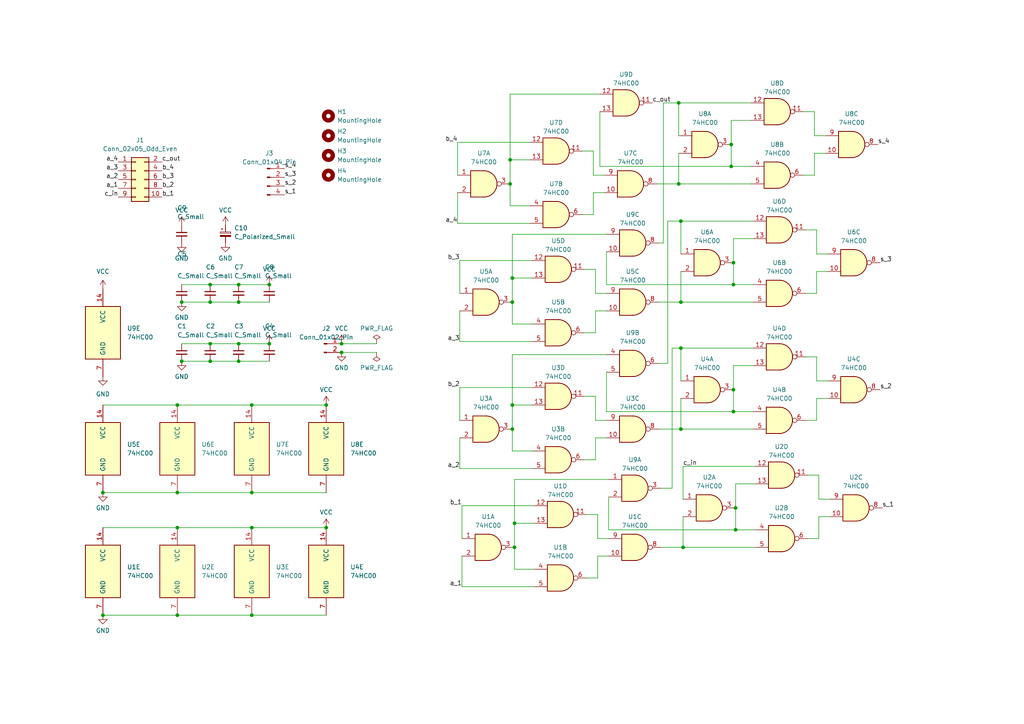
<source format=kicad_sch>
(kicad_sch (version 20230121) (generator eeschema)
  (paper "A4")
  (lib_symbols
    (symbol "74xx:74HC00" (pin_names (offset 1.016))
      (property "Reference" "U" (at 0 1.27 0))
      (property "Value" "74HC00" (at 0 -1.27 0))
      (symbol "74HC00_1_1"
        (arc (start 0 -3.81) (mid 3.7934 0) (end 0 3.81) (stroke (width 0.254)) (fill (type background)))
        (polyline (pts (xy 0 3.81) (xy -3.81 3.81) (xy -3.81 -3.81) (xy 0 -3.81)) (stroke (width 0.254)) (fill (type background)))
        (pin input line (at -7.62 2.54 0) (length 3.81) (name "~") (number "1"))
        (pin input line (at -7.62 -2.54 0) (length 3.81) (name "~") (number "2"))
        (pin output inverted (at 7.62 0 180) (length 3.81) (name "~") (number "3"))
      )
      (symbol "74HC00_1_2"
        (arc (start -3.81 -3.81) (mid -2.589 0) (end -3.81 3.81) (stroke (width 0.254)))
        (arc (start -0.6096 -3.81) (mid 2.1842 -2.5851) (end 3.81 0) (stroke (width 0.254)) (fill (type background)))
        (polyline (pts (xy -3.81 -3.81) (xy -0.635 -3.81)) (stroke (width 0.254)) (fill (type background)))
        (polyline (pts (xy -3.81 3.81) (xy -0.635 3.81)) (stroke (width 0.254)) (fill (type background)))
        (polyline (pts (xy -0.635 3.81) (xy -3.81 3.81) (xy -3.81 3.81) (xy -3.556 3.4036) (xy -3.0226 2.2606) (xy -2.6924 1.0414) (xy -2.6162 -0.254) (xy -2.7686 -1.4986) (xy -3.175 -2.7178) (xy -3.81 -3.81) (xy -3.81 -3.81) (xy -0.635 -3.81)) (stroke (width -25.4)) (fill (type background)))
        (arc (start 3.81 0) (mid 2.1915 2.5936) (end -0.6096 3.81) (stroke (width 0.254)) (fill (type background)))
        (pin input inverted (at -7.62 2.54 0) (length 4.318) (name "~") (number "1"))
        (pin input inverted (at -7.62 -2.54 0) (length 4.318) (name "~") (number "2"))
        (pin output line (at 7.62 0 180) (length 3.81) (name "~") (number "3"))
      )
      (symbol "74HC00_2_1"
        (arc (start 0 -3.81) (mid 3.7934 0) (end 0 3.81) (stroke (width 0.254)) (fill (type background)))
        (polyline (pts (xy 0 3.81) (xy -3.81 3.81) (xy -3.81 -3.81) (xy 0 -3.81)) (stroke (width 0.254)) (fill (type background)))
        (pin input line (at -7.62 2.54 0) (length 3.81) (name "~") (number "4"))
        (pin input line (at -7.62 -2.54 0) (length 3.81) (name "~") (number "5"))
        (pin output inverted (at 7.62 0 180) (length 3.81) (name "~") (number "6"))
      )
      (symbol "74HC00_2_2"
        (arc (start -3.81 -3.81) (mid -2.589 0) (end -3.81 3.81) (stroke (width 0.254)))
        (arc (start -0.6096 -3.81) (mid 2.1842 -2.5851) (end 3.81 0) (stroke (width 0.254)) (fill (type background)))
        (polyline (pts (xy -3.81 -3.81) (xy -0.635 -3.81)) (stroke (width 0.254)) (fill (type background)))
        (polyline (pts (xy -3.81 3.81) (xy -0.635 3.81)) (stroke (width 0.254)) (fill (type background)))
        (polyline (pts (xy -0.635 3.81) (xy -3.81 3.81) (xy -3.81 3.81) (xy -3.556 3.4036) (xy -3.0226 2.2606) (xy -2.6924 1.0414) (xy -2.6162 -0.254) (xy -2.7686 -1.4986) (xy -3.175 -2.7178) (xy -3.81 -3.81) (xy -3.81 -3.81) (xy -0.635 -3.81)) (stroke (width -25.4)) (fill (type background)))
        (arc (start 3.81 0) (mid 2.1915 2.5936) (end -0.6096 3.81) (stroke (width 0.254)) (fill (type background)))
        (pin input inverted (at -7.62 2.54 0) (length 4.318) (name "~") (number "4"))
        (pin input inverted (at -7.62 -2.54 0) (length 4.318) (name "~") (number "5"))
        (pin output line (at 7.62 0 180) (length 3.81) (name "~") (number "6"))
      )
      (symbol "74HC00_3_1"
        (arc (start 0 -3.81) (mid 3.7934 0) (end 0 3.81) (stroke (width 0.254)) (fill (type background)))
        (polyline (pts (xy 0 3.81) (xy -3.81 3.81) (xy -3.81 -3.81) (xy 0 -3.81)) (stroke (width 0.254)) (fill (type background)))
        (pin input line (at -7.62 -2.54 0) (length 3.81) (name "~") (number "10"))
        (pin output inverted (at 7.62 0 180) (length 3.81) (name "~") (number "8"))
        (pin input line (at -7.62 2.54 0) (length 3.81) (name "~") (number "9"))
      )
      (symbol "74HC00_3_2"
        (arc (start -3.81 -3.81) (mid -2.589 0) (end -3.81 3.81) (stroke (width 0.254)))
        (arc (start -0.6096 -3.81) (mid 2.1842 -2.5851) (end 3.81 0) (stroke (width 0.254)) (fill (type background)))
        (polyline (pts (xy -3.81 -3.81) (xy -0.635 -3.81)) (stroke (width 0.254)) (fill (type background)))
        (polyline (pts (xy -3.81 3.81) (xy -0.635 3.81)) (stroke (width 0.254)) (fill (type background)))
        (polyline (pts (xy -0.635 3.81) (xy -3.81 3.81) (xy -3.81 3.81) (xy -3.556 3.4036) (xy -3.0226 2.2606) (xy -2.6924 1.0414) (xy -2.6162 -0.254) (xy -2.7686 -1.4986) (xy -3.175 -2.7178) (xy -3.81 -3.81) (xy -3.81 -3.81) (xy -0.635 -3.81)) (stroke (width -25.4)) (fill (type background)))
        (arc (start 3.81 0) (mid 2.1915 2.5936) (end -0.6096 3.81) (stroke (width 0.254)) (fill (type background)))
        (pin input inverted (at -7.62 -2.54 0) (length 4.318) (name "~") (number "10"))
        (pin output line (at 7.62 0 180) (length 3.81) (name "~") (number "8"))
        (pin input inverted (at -7.62 2.54 0) (length 4.318) (name "~") (number "9"))
      )
      (symbol "74HC00_4_1"
        (arc (start 0 -3.81) (mid 3.7934 0) (end 0 3.81) (stroke (width 0.254)) (fill (type background)))
        (polyline (pts (xy 0 3.81) (xy -3.81 3.81) (xy -3.81 -3.81) (xy 0 -3.81)) (stroke (width 0.254)) (fill (type background)))
        (pin output inverted (at 7.62 0 180) (length 3.81) (name "~") (number "11"))
        (pin input line (at -7.62 2.54 0) (length 3.81) (name "~") (number "12"))
        (pin input line (at -7.62 -2.54 0) (length 3.81) (name "~") (number "13"))
      )
      (symbol "74HC00_4_2"
        (arc (start -3.81 -3.81) (mid -2.589 0) (end -3.81 3.81) (stroke (width 0.254)))
        (arc (start -0.6096 -3.81) (mid 2.1842 -2.5851) (end 3.81 0) (stroke (width 0.254)) (fill (type background)))
        (polyline (pts (xy -3.81 -3.81) (xy -0.635 -3.81)) (stroke (width 0.254)) (fill (type background)))
        (polyline (pts (xy -3.81 3.81) (xy -0.635 3.81)) (stroke (width 0.254)) (fill (type background)))
        (polyline (pts (xy -0.635 3.81) (xy -3.81 3.81) (xy -3.81 3.81) (xy -3.556 3.4036) (xy -3.0226 2.2606) (xy -2.6924 1.0414) (xy -2.6162 -0.254) (xy -2.7686 -1.4986) (xy -3.175 -2.7178) (xy -3.81 -3.81) (xy -3.81 -3.81) (xy -0.635 -3.81)) (stroke (width -25.4)) (fill (type background)))
        (arc (start 3.81 0) (mid 2.1915 2.5936) (end -0.6096 3.81) (stroke (width 0.254)) (fill (type background)))
        (pin output line (at 7.62 0 180) (length 3.81) (name "~") (number "11"))
        (pin input inverted (at -7.62 2.54 0) (length 4.318) (name "~") (number "12"))
        (pin input inverted (at -7.62 -2.54 0) (length 4.318) (name "~") (number "13"))
      )
      (symbol "74HC00_5_0"
        (pin power_in line (at 0 12.7 270) (length 5.08) (name "VCC") (number "14"))
        (pin power_in line (at 0 -12.7 90) (length 5.08) (name "GND") (number "7"))
      )
      (symbol "74HC00_5_1"
        (rectangle (start -5.08 7.62) (end 5.08 -7.62) (stroke (width 0.254)) (fill (type background)))
      )
    )
    (symbol "Connector:Conn_01x02_Pin" (pin_names (offset 1.016) hide)
      (property "Reference" "J" (at 0 2.54 0))
      (property "Value" "Conn_01x02_Pin" (at 0 -5.08 0))
      (symbol "Conn_01x02_Pin_1_1"
        (polyline (pts (xy 1.27 -2.54) (xy 0.8636 -2.54)) (stroke (width 0.1524)))
        (polyline (pts (xy 1.27 0) (xy 0.8636 0)) (stroke (width 0.1524)))
        (rectangle (start 0.8636 -2.413) (end 0 -2.667) (stroke (width 0.1524)) (fill (type outline)))
        (rectangle (start 0.8636 0.127) (end 0 -0.127) (stroke (width 0.1524)) (fill (type outline)))
        (pin passive line (at 5.08 0 180) (length 3.81) (name "Pin_1") (number "1"))
        (pin passive line (at 5.08 -2.54 180) (length 3.81) (name "Pin_2") (number "2"))
      )
    )
    (symbol "Connector:Conn_01x04_Pin" (pin_names (offset 1.016) hide)
      (property "Reference" "J" (at 0 5.08 0))
      (property "Value" "Conn_01x04_Pin" (at 0 -7.62 0))
      (symbol "Conn_01x04_Pin_1_1"
        (polyline (pts (xy 1.27 -5.08) (xy 0.8636 -5.08)) (stroke (width 0.1524)))
        (polyline (pts (xy 1.27 -2.54) (xy 0.8636 -2.54)) (stroke (width 0.1524)))
        (polyline (pts (xy 1.27 0) (xy 0.8636 0)) (stroke (width 0.1524)))
        (polyline (pts (xy 1.27 2.54) (xy 0.8636 2.54)) (stroke (width 0.1524)))
        (rectangle (start 0.8636 -4.953) (end 0 -5.207) (stroke (width 0.1524)) (fill (type outline)))
        (rectangle (start 0.8636 -2.413) (end 0 -2.667) (stroke (width 0.1524)) (fill (type outline)))
        (rectangle (start 0.8636 0.127) (end 0 -0.127) (stroke (width 0.1524)) (fill (type outline)))
        (rectangle (start 0.8636 2.667) (end 0 2.413) (stroke (width 0.1524)) (fill (type outline)))
        (pin passive line (at 5.08 2.54 180) (length 3.81) (name "Pin_1") (number "1"))
        (pin passive line (at 5.08 0 180) (length 3.81) (name "Pin_2") (number "2"))
        (pin passive line (at 5.08 -2.54 180) (length 3.81) (name "Pin_3") (number "3"))
        (pin passive line (at 5.08 -5.08 180) (length 3.81) (name "Pin_4") (number "4"))
      )
    )
    (symbol "Connector_Generic:Conn_02x05_Odd_Even" (pin_names (offset 1.016) hide)
      (property "Reference" "J" (at 1.27 7.62 0))
      (property "Value" "Conn_02x05_Odd_Even" (at 1.27 -7.62 0))
      (symbol "Conn_02x05_Odd_Even_1_1"
        (rectangle (start -1.27 -4.953) (end 0 -5.207) (stroke (width 0.1524)))
        (rectangle (start -1.27 -2.413) (end 0 -2.667) (stroke (width 0.1524)))
        (rectangle (start -1.27 0.127) (end 0 -0.127) (stroke (width 0.1524)))
        (rectangle (start -1.27 2.667) (end 0 2.413) (stroke (width 0.1524)))
        (rectangle (start -1.27 5.207) (end 0 4.953) (stroke (width 0.1524)))
        (rectangle (start -1.27 6.35) (end 3.81 -6.35) (stroke (width 0.254)) (fill (type background)))
        (rectangle (start 3.81 -4.953) (end 2.54 -5.207) (stroke (width 0.1524)))
        (rectangle (start 3.81 -2.413) (end 2.54 -2.667) (stroke (width 0.1524)))
        (rectangle (start 3.81 0.127) (end 2.54 -0.127) (stroke (width 0.1524)))
        (rectangle (start 3.81 2.667) (end 2.54 2.413) (stroke (width 0.1524)))
        (rectangle (start 3.81 5.207) (end 2.54 4.953) (stroke (width 0.1524)))
        (pin passive line (at -5.08 5.08 0) (length 3.81) (name "Pin_1") (number "1"))
        (pin passive line (at 7.62 -5.08 180) (length 3.81) (name "Pin_10") (number "10"))
        (pin passive line (at 7.62 5.08 180) (length 3.81) (name "Pin_2") (number "2"))
        (pin passive line (at -5.08 2.54 0) (length 3.81) (name "Pin_3") (number "3"))
        (pin passive line (at 7.62 2.54 180) (length 3.81) (name "Pin_4") (number "4"))
        (pin passive line (at -5.08 0 0) (length 3.81) (name "Pin_5") (number "5"))
        (pin passive line (at 7.62 0 180) (length 3.81) (name "Pin_6") (number "6"))
        (pin passive line (at -5.08 -2.54 0) (length 3.81) (name "Pin_7") (number "7"))
        (pin passive line (at 7.62 -2.54 180) (length 3.81) (name "Pin_8") (number "8"))
        (pin passive line (at -5.08 -5.08 0) (length 3.81) (name "Pin_9") (number "9"))
      )
    )
    (symbol "Device:C_Polarized_Small" (pin_numbers hide) (pin_names (offset 0.254) hide)
      (property "Reference" "C" (at 0.254 1.778 0))
      (property "Value" "C_Polarized_Small" (at 0.254 -2.032 0))
      (symbol "C_Polarized_Small_0_1"
        (rectangle (start -1.524 -0.3048) (end 1.524 -0.6858) (fill (type outline)))
        (rectangle (start -1.524 0.6858) (end 1.524 0.3048))
        (polyline (pts (xy -1.27 1.524) (xy -0.762 1.524)))
        (polyline (pts (xy -1.016 1.27) (xy -1.016 1.778)))
      )
      (symbol "C_Polarized_Small_1_1"
        (pin passive line (at 0 2.54 270) (length 1.8542) (name "~") (number "1"))
        (pin passive line (at 0 -2.54 90) (length 1.8542) (name "~") (number "2"))
      )
    )
    (symbol "Device:C_Small" (pin_numbers hide) (pin_names (offset 0.254) hide)
      (property "Reference" "C" (at 0.254 1.778 0))
      (property "Value" "C_Small" (at 0.254 -2.032 0))
      (symbol "C_Small_0_1"
        (polyline (pts (xy -1.524 -0.508) (xy 1.524 -0.508)) (stroke (width 0.3302)))
        (polyline (pts (xy -1.524 0.508) (xy 1.524 0.508)) (stroke (width 0.3048)))
      )
      (symbol "C_Small_1_1"
        (pin passive line (at 0 2.54 270) (length 2.032) (name "~") (number "1"))
        (pin passive line (at 0 -2.54 90) (length 2.032) (name "~") (number "2"))
      )
    )
    (symbol "Mechanical:MountingHole" (pin_names (offset 1.016))
      (property "Reference" "H" (at 0 5.08 0))
      (property "Value" "MountingHole" (at 0 3.175 0))
      (symbol "MountingHole_0_1"
        (circle (center 0 0) (radius 1.27) (stroke (width 1.27)))
      )
    )
    (symbol "power:GND" (power) (pin_names (offset 0))
      (property "Value" "GND" (at 0 -3.81 0))
      (symbol "GND_0_1"
        (polyline (pts (xy 0 0) (xy 0 -1.27) (xy 1.27 -1.27) (xy 0 -2.54) (xy -1.27 -1.27) (xy 0 -1.27)))
      )
      (symbol "GND_1_1"
        (pin power_in line (at 0 0 270) (length 0) hide (name "GND") (number "1"))
      )
    )
    (symbol "power:PWR_FLAG" (power) (pin_numbers hide) (pin_names (offset 0) hide)
      (property "Value" "PWR_FLAG" (at 0 3.81 0))
      (symbol "PWR_FLAG_0_0"
        (pin power_out line (at 0 0 90) (length 0) (name "pwr") (number "1"))
      )
      (symbol "PWR_FLAG_0_1"
        (polyline (pts (xy 0 0) (xy 0 1.27) (xy -1.016 1.905) (xy 0 2.54) (xy 1.016 1.905) (xy 0 1.27)))
      )
    )
    (symbol "power:VCC" (power) (pin_names (offset 0))
      (property "Value" "VCC" (at 0 3.81 0))
      (symbol "VCC_0_1"
        (polyline (pts (xy -0.762 1.27) (xy 0 2.54)))
        (polyline (pts (xy 0 0) (xy 0 2.54)))
        (polyline (pts (xy 0 2.54) (xy 0.762 1.27)))
      )
      (symbol "VCC_1_1"
        (pin power_in line (at 0 0 90) (length 0) hide (name "VCC") (number "1"))
      )
    )
  )
  (junction (at 94.615 117.475))
  (junction (at 212.09 48.26))
  (junction (at 73.025 117.475))
  (junction (at 69.215 99.695))
  (junction (at 51.435 178.435))
  (junction (at 212.09 41.91))
  (junction (at 147.955 46.355))
  (junction (at 196.85 53.34))
  (junction (at 196.85 29.845))
  (junction (at 212.725 76.2))
  (junction (at 69.215 87.63))
  (junction (at 148.59 87.63))
  (junction (at 52.705 87.63))
  (junction (at 212.725 113.03))
  (junction (at 52.705 104.775))
  (junction (at 94.615 153.035))
  (junction (at 60.96 82.55))
  (junction (at 99.06 102.235))
  (junction (at 148.59 117.475))
  (junction (at 60.96 99.695))
  (junction (at 149.225 151.765))
  (junction (at 213.36 153.67))
  (junction (at 73.025 153.035))
  (junction (at 78.105 82.55))
  (junction (at 148.59 124.46))
  (junction (at 147.955 53.34))
  (junction (at 73.025 142.875))
  (junction (at 29.845 178.435))
  (junction (at 51.435 153.035))
  (junction (at 69.215 82.55))
  (junction (at 197.485 87.63))
  (junction (at 212.725 119.38))
  (junction (at 73.025 178.435))
  (junction (at 198.12 158.75))
  (junction (at 212.725 82.55))
  (junction (at 78.105 99.695))
  (junction (at 99.06 99.695))
  (junction (at 69.215 104.775))
  (junction (at 51.435 142.875))
  (junction (at 60.96 104.775))
  (junction (at 148.59 80.645))
  (junction (at 149.225 158.75))
  (junction (at 197.485 64.135))
  (junction (at 29.845 142.875))
  (junction (at 213.36 147.32))
  (junction (at 197.485 100.965))
  (junction (at 197.485 124.46))
  (junction (at 60.96 87.63))
  (junction (at 51.435 117.475))
  (wire (pts (xy 218.44 69.215) (xy 212.725 69.215)))
  (wire (pts (xy 148.59 80.645) (xy 148.59 87.63)))
  (wire (pts (xy 240.03 78.74) (xy 236.855 78.74)))
  (wire (pts (xy 169.545 133.35) (xy 172.72 133.35)))
  (wire (pts (xy 148.59 102.87) (xy 148.59 117.475)))
  (wire (pts (xy 173.99 48.26) (xy 173.99 32.385)))
  (wire (pts (xy 147.955 27.305) (xy 147.955 46.355)))
  (wire (pts (xy 168.91 43.815) (xy 172.085 43.815)))
  (wire (pts (xy 60.96 99.695) (xy 69.215 99.695)))
  (wire (pts (xy 149.225 151.765) (xy 149.225 158.75)))
  (wire (pts (xy 236.855 78.74) (xy 236.855 85.09)))
  (wire (pts (xy 217.805 53.34) (xy 196.85 53.34)))
  (wire (pts (xy 194.945 100.965) (xy 197.485 100.965)))
  (wire (pts (xy 197.485 73.66) (xy 197.485 64.135)))
  (wire (pts (xy 191.135 124.46) (xy 197.485 124.46)))
  (wire (pts (xy 168.91 62.23) (xy 172.085 62.23)))
  (wire (pts (xy 173.355 161.29) (xy 173.355 167.64)))
  (wire (pts (xy 197.485 87.63) (xy 197.485 78.74)))
  (wire (pts (xy 148.59 130.81) (xy 154.305 130.81)))
  (wire (pts (xy 149.225 151.765) (xy 149.225 139.065)))
  (wire (pts (xy 133.35 135.89) (xy 133.35 127)))
  (wire (pts (xy 212.725 119.38) (xy 218.44 119.38)))
  (wire (pts (xy 239.395 44.45) (xy 236.22 44.45)))
  (wire (pts (xy 236.855 103.505) (xy 236.855 110.49)))
  (wire (pts (xy 191.135 87.63) (xy 197.485 87.63)))
  (wire (pts (xy 154.305 135.89) (xy 133.35 135.89)))
  (wire (pts (xy 149.225 158.75) (xy 149.225 165.1)))
  (wire (pts (xy 133.35 99.06) (xy 133.35 90.17)))
  (wire (pts (xy 196.85 53.34) (xy 196.85 44.45)))
  (wire (pts (xy 149.225 139.065) (xy 176.53 139.065)))
  (wire (pts (xy 133.985 146.685) (xy 154.94 146.685)))
  (wire (pts (xy 172.085 43.815) (xy 172.085 50.8)))
  (wire (pts (xy 236.22 44.45) (xy 236.22 50.8)))
  (wire (pts (xy 170.18 167.64) (xy 173.355 167.64)))
  (wire (pts (xy 73.025 153.035) (xy 94.615 153.035)))
  (wire (pts (xy 236.855 115.57) (xy 236.855 121.92)))
  (wire (pts (xy 237.49 144.78) (xy 240.665 144.78)))
  (wire (pts (xy 212.725 76.2) (xy 212.725 82.55)))
  (wire (pts (xy 218.44 124.46) (xy 197.485 124.46)))
  (wire (pts (xy 212.725 82.55) (xy 175.895 82.55)))
  (wire (pts (xy 175.895 82.55) (xy 175.895 73.025)))
  (wire (pts (xy 73.025 117.475) (xy 94.615 117.475)))
  (wire (pts (xy 133.35 112.395) (xy 154.305 112.395)))
  (wire (pts (xy 133.35 75.565) (xy 154.305 75.565)))
  (wire (pts (xy 175.895 127) (xy 172.72 127)))
  (wire (pts (xy 240.665 149.86) (xy 237.49 149.86)))
  (wire (pts (xy 172.085 55.88) (xy 172.085 62.23)))
  (wire (pts (xy 172.085 50.8) (xy 175.26 50.8)))
  (wire (pts (xy 148.59 80.645) (xy 148.59 67.945)))
  (wire (pts (xy 51.435 117.475) (xy 73.025 117.475)))
  (wire (pts (xy 153.67 46.355) (xy 147.955 46.355)))
  (wire (pts (xy 147.955 46.355) (xy 147.955 53.34)))
  (wire (pts (xy 176.53 144.145) (xy 176.53 153.67)))
  (wire (pts (xy 194.945 141.605) (xy 194.945 100.965)))
  (wire (pts (xy 52.705 87.63) (xy 60.96 87.63)))
  (wire (pts (xy 212.725 69.215) (xy 212.725 76.2)))
  (wire (pts (xy 219.075 140.335) (xy 213.36 140.335)))
  (wire (pts (xy 193.675 105.41) (xy 193.675 64.135)))
  (wire (pts (xy 192.405 29.845) (xy 196.85 29.845)))
  (wire (pts (xy 148.59 102.87) (xy 175.895 102.87)))
  (wire (pts (xy 153.67 64.77) (xy 132.715 64.77)))
  (wire (pts (xy 233.68 66.675) (xy 236.855 66.675)))
  (wire (pts (xy 148.59 67.945) (xy 175.895 67.945)))
  (wire (pts (xy 132.715 41.275) (xy 153.67 41.275)))
  (wire (pts (xy 172.72 121.92) (xy 175.895 121.92)))
  (wire (pts (xy 236.22 39.37) (xy 239.395 39.37)))
  (wire (pts (xy 212.09 41.91) (xy 212.09 48.26)))
  (wire (pts (xy 73.025 178.435) (xy 94.615 178.435)))
  (wire (pts (xy 60.96 87.63) (xy 69.215 87.63)))
  (wire (pts (xy 99.06 99.695) (xy 109.22 99.695)))
  (wire (pts (xy 133.985 170.18) (xy 133.985 161.29)))
  (wire (pts (xy 212.725 113.03) (xy 212.725 119.38)))
  (wire (pts (xy 172.72 127) (xy 172.72 133.35)))
  (wire (pts (xy 193.675 64.135) (xy 197.485 64.135)))
  (wire (pts (xy 169.545 96.52) (xy 172.72 96.52)))
  (wire (pts (xy 154.305 117.475) (xy 148.59 117.475)))
  (wire (pts (xy 237.49 137.795) (xy 237.49 144.78)))
  (wire (pts (xy 99.06 102.235) (xy 109.22 102.235)))
  (wire (pts (xy 197.485 124.46) (xy 197.485 115.57)))
  (wire (pts (xy 219.075 158.75) (xy 198.12 158.75)))
  (wire (pts (xy 176.53 161.29) (xy 173.355 161.29)))
  (wire (pts (xy 191.77 158.75) (xy 198.12 158.75)))
  (wire (pts (xy 148.59 87.63) (xy 148.59 93.98)))
  (wire (pts (xy 234.315 156.21) (xy 237.49 156.21)))
  (wire (pts (xy 175.895 119.38) (xy 212.725 119.38)))
  (wire (pts (xy 173.355 156.21) (xy 176.53 156.21)))
  (wire (pts (xy 212.725 82.55) (xy 218.44 82.55)))
  (wire (pts (xy 148.59 124.46) (xy 148.59 130.81)))
  (wire (pts (xy 154.305 80.645) (xy 148.59 80.645)))
  (wire (pts (xy 29.845 153.035) (xy 51.435 153.035)))
  (wire (pts (xy 213.36 140.335) (xy 213.36 147.32)))
  (wire (pts (xy 60.96 104.775) (xy 69.215 104.775)))
  (wire (pts (xy 29.845 117.475) (xy 51.435 117.475)))
  (wire (pts (xy 197.485 64.135) (xy 218.44 64.135)))
  (wire (pts (xy 213.36 147.32) (xy 213.36 153.67)))
  (wire (pts (xy 172.72 85.09) (xy 175.895 85.09)))
  (wire (pts (xy 191.135 105.41) (xy 193.675 105.41)))
  (wire (pts (xy 133.35 121.92) (xy 133.35 112.395)))
  (wire (pts (xy 234.315 137.795) (xy 237.49 137.795)))
  (wire (pts (xy 233.68 85.09) (xy 236.855 85.09)))
  (wire (pts (xy 154.94 170.18) (xy 133.985 170.18)))
  (wire (pts (xy 154.305 99.06) (xy 133.35 99.06)))
  (wire (pts (xy 218.44 106.045) (xy 212.725 106.045)))
  (wire (pts (xy 197.485 110.49) (xy 197.485 100.965)))
  (wire (pts (xy 73.025 142.875) (xy 94.615 142.875)))
  (wire (pts (xy 233.68 103.505) (xy 236.855 103.505)))
  (wire (pts (xy 147.955 59.69) (xy 153.67 59.69)))
  (wire (pts (xy 175.26 55.88) (xy 172.085 55.88)))
  (wire (pts (xy 52.705 104.775) (xy 60.96 104.775)))
  (wire (pts (xy 172.72 90.17) (xy 172.72 96.52)))
  (wire (pts (xy 149.225 165.1) (xy 154.94 165.1)))
  (wire (pts (xy 29.845 142.875) (xy 51.435 142.875)))
  (wire (pts (xy 236.855 110.49) (xy 240.03 110.49)))
  (wire (pts (xy 172.72 114.935) (xy 172.72 121.92)))
  (wire (pts (xy 212.09 34.925) (xy 212.09 41.91)))
  (wire (pts (xy 154.94 151.765) (xy 149.225 151.765)))
  (wire (pts (xy 29.845 178.435) (xy 51.435 178.435)))
  (wire (pts (xy 69.215 82.55) (xy 78.105 82.55)))
  (wire (pts (xy 233.68 121.92) (xy 236.855 121.92)))
  (wire (pts (xy 60.96 82.55) (xy 69.215 82.55)))
  (wire (pts (xy 237.49 149.86) (xy 237.49 156.21)))
  (wire (pts (xy 176.53 153.67) (xy 213.36 153.67)))
  (wire (pts (xy 198.12 144.78) (xy 198.12 135.255)))
  (wire (pts (xy 233.045 50.8) (xy 236.22 50.8)))
  (wire (pts (xy 51.435 153.035) (xy 73.025 153.035)))
  (wire (pts (xy 236.22 32.385) (xy 236.22 39.37)))
  (wire (pts (xy 169.545 114.935) (xy 172.72 114.935)))
  (wire (pts (xy 69.215 104.775) (xy 78.105 104.775)))
  (wire (pts (xy 170.18 149.225) (xy 173.355 149.225)))
  (wire (pts (xy 240.03 115.57) (xy 236.855 115.57)))
  (wire (pts (xy 52.705 99.695) (xy 60.96 99.695)))
  (wire (pts (xy 133.985 156.21) (xy 133.985 146.685)))
  (wire (pts (xy 190.5 53.34) (xy 196.85 53.34)))
  (wire (pts (xy 191.77 141.605) (xy 194.945 141.605)))
  (wire (pts (xy 147.955 53.34) (xy 147.955 59.69)))
  (wire (pts (xy 173.99 27.305) (xy 147.955 27.305)))
  (wire (pts (xy 217.805 34.925) (xy 212.09 34.925)))
  (wire (pts (xy 212.09 48.26) (xy 217.805 48.26)))
  (wire (pts (xy 69.215 87.63) (xy 78.105 87.63)))
  (wire (pts (xy 148.59 117.475) (xy 148.59 124.46)))
  (wire (pts (xy 51.435 142.875) (xy 73.025 142.875)))
  (wire (pts (xy 198.12 158.75) (xy 198.12 149.86)))
  (wire (pts (xy 173.355 149.225) (xy 173.355 156.21)))
  (wire (pts (xy 236.855 73.66) (xy 240.03 73.66)))
  (wire (pts (xy 169.545 78.105) (xy 172.72 78.105)))
  (wire (pts (xy 213.36 153.67) (xy 219.075 153.67)))
  (wire (pts (xy 233.045 32.385) (xy 236.22 32.385)))
  (wire (pts (xy 192.405 70.485) (xy 192.405 29.845)))
  (wire (pts (xy 175.895 90.17) (xy 172.72 90.17)))
  (wire (pts (xy 132.715 64.77) (xy 132.715 55.88)))
  (wire (pts (xy 172.72 78.105) (xy 172.72 85.09)))
  (wire (pts (xy 69.215 99.695) (xy 78.105 99.695)))
  (wire (pts (xy 198.12 135.255) (xy 219.075 135.255)))
  (wire (pts (xy 218.44 87.63) (xy 197.485 87.63)))
  (wire (pts (xy 196.85 39.37) (xy 196.85 29.845)))
  (wire (pts (xy 197.485 100.965) (xy 218.44 100.965)))
  (wire (pts (xy 212.09 48.26) (xy 173.99 48.26)))
  (wire (pts (xy 175.895 119.38) (xy 175.895 107.95)))
  (wire (pts (xy 52.705 82.55) (xy 60.96 82.55)))
  (wire (pts (xy 148.59 93.98) (xy 154.305 93.98)))
  (wire (pts (xy 236.855 66.675) (xy 236.855 73.66)))
  (wire (pts (xy 133.35 85.09) (xy 133.35 75.565)))
  (wire (pts (xy 212.725 106.045) (xy 212.725 113.03)))
  (wire (pts (xy 191.135 70.485) (xy 192.405 70.485)))
  (wire (pts (xy 196.85 29.845) (xy 217.805 29.845)))
  (wire (pts (xy 51.435 178.435) (xy 73.025 178.435)))
  (wire (pts (xy 132.715 50.8) (xy 132.715 41.275)))
  (label "s_4" (at 254.635 41.91 0))
  (label "a_4" (at 132.715 64.77 180))
  (label "s_2" (at 82.55 53.975 0))
  (label "a_2" (at 133.35 135.89 180))
  (label "s_4" (at 82.55 48.895 0))
  (label "b_3" (at 133.35 75.565 180))
  (label "a_3" (at 34.29 49.53 180))
  (label "a_4" (at 34.29 46.99 180))
  (label "c_in" (at 34.29 57.15 180))
  (label "b_1" (at 46.99 57.15 0))
  (label "s_3" (at 255.27 76.2 0))
  (label "b_2" (at 46.99 54.61 0))
  (label "a_3" (at 133.35 99.06 180))
  (label "a_2" (at 34.29 52.07 180))
  (label "b_3" (at 46.99 52.07 0))
  (label "s_3" (at 82.55 51.435 0))
  (label "c_in" (at 198.12 135.255 0))
  (label "a_1" (at 133.985 170.18 180))
  (label "c_out" (at 46.99 46.99 0))
  (label "b_4" (at 46.99 49.53 0))
  (label "s_1" (at 255.905 147.32 0))
  (label "b_4" (at 132.715 41.275 180))
  (label "b_2" (at 133.35 112.395 180))
  (label "a_1" (at 34.29 54.61 180))
  (label "b_1" (at 133.985 146.685 180))
  (label "s_1" (at 82.55 56.515 0))
  (label "s_2" (at 255.27 113.03 0))
  (label "c_out" (at 189.23 29.845 0))
  (symbol (lib_id "74xx:74HC00") (at 183.515 105.41 0) (unit 2)
    (property "Reference" "U9" (at 183.5067 96.52 0))
    (property "Value" "74HC00" (at 183.5067 99.06 0))
    (property "Footprint" "Package_DIP:DIP-14_W7.62mm_Socket" (effects hide))
    (property "Datasheet" "http://www.ti.com/lit/gpn/sn74hc00" (effects hide))
  )
  (symbol (lib_id "power:PWR_FLAG") (at 109.22 102.235 0) (mirror x) (unit 1)
    (property "Reference" "#FLG02" (effects hide))
    (property "Value" "PWR_FLAG" (at 109.22 106.68 0))
  )
  (symbol (lib_id "74xx:74HC00") (at 226.06 85.09 0) (unit 2)
    (property "Reference" "U6" (at 226.0517 76.2 0))
    (property "Value" "74HC00" (at 226.0517 78.74 0))
    (property "Footprint" "Package_DIP:DIP-14_W7.62mm_Socket" (effects hide))
    (property "Datasheet" "http://www.ti.com/lit/gpn/sn74hc00" (effects hide))
  )
  (symbol (lib_id "74xx:74HC00") (at 226.06 121.92 0) (unit 2)
    (property "Reference" "U4" (at 226.0517 113.03 0))
    (property "Value" "74HC00" (at 226.0517 115.57 0))
    (property "Footprint" "Package_DIP:DIP-14_W7.62mm_Socket" (effects hide))
    (property "Datasheet" "http://www.ti.com/lit/gpn/sn74hc00" (effects hide))
  )
  (symbol (lib_id "Connector_Generic:Conn_02x05_Odd_Even") (at 39.37 52.07 0) (unit 1)
    (property "Reference" "J1" (at 40.64 40.64 0))
    (property "Value" "Conn_02x05_Odd_Even" (at 40.64 43.18 0))
    (property "Footprint" "Connector_PinHeader_2.54mm:PinHeader_2x05_P2.54mm_Vertical" (effects hide))
  )
  (symbol (lib_id "74xx:74HC00") (at 247.65 113.03 0) (unit 3)
    (property "Reference" "U4" (at 247.6417 104.14 0))
    (property "Value" "74HC00" (at 247.6417 106.68 0))
    (property "Footprint" "Package_DIP:DIP-14_W7.62mm_Socket" (effects hide))
    (property "Datasheet" "http://www.ti.com/lit/gpn/sn74hc00" (effects hide))
  )
  (symbol (lib_id "power:PWR_FLAG") (at 109.22 99.695 0) (unit 1)
    (property "Reference" "#FLG01" (effects hide))
    (property "Value" "PWR_FLAG" (at 109.22 95.25 0))
  )
  (symbol (lib_id "74xx:74HC00") (at 181.61 29.845 0) (unit 4)
    (property "Reference" "U9" (at 181.6017 21.59 0))
    (property "Value" "74HC00" (at 181.6017 24.13 0))
    (property "Footprint" "Package_DIP:DIP-14_W7.62mm_Socket" (effects hide))
    (property "Datasheet" "http://www.ti.com/lit/gpn/sn74hc00" (effects hide))
  )
  (symbol (lib_id "power:VCC") (at 94.615 153.035 0) (unit 1)
    (property "Reference" "#PWR03" (effects hide))
    (property "Value" "VCC" (at 94.615 148.59 0))
  )
  (symbol (lib_id "Device:C_Small") (at 52.705 85.09 0) (unit 1)
    (property "Reference" "C5" (at 51.435 73.66 0) (effects (justify left)))
    (property "Value" "C_Small" (at 51.435 80.01 0) (effects (justify left)))
    (property "Footprint" "Capacitor_THT:C_Disc_D4.3mm_W1.9mm_P5.00mm" (effects hide))
  )
  (symbol (lib_id "74xx:74HC00") (at 73.025 165.735 0) (unit 5)
    (property "Reference" "U3" (at 80.01 164.465 0) (effects (justify left)))
    (property "Value" "74HC00" (at 80.01 167.005 0) (effects (justify left)))
    (property "Footprint" "Package_DIP:DIP-14_W7.62mm_Socket" (effects hide))
    (property "Datasheet" "http://www.ti.com/lit/gpn/sn74hc00" (effects hide))
  )
  (symbol (lib_id "power:VCC") (at 29.845 83.82 0) (unit 1)
    (property "Reference" "#PWR01" (effects hide))
    (property "Value" "VCC" (at 29.845 78.74 0))
  )
  (symbol (lib_id "power:GND") (at 99.06 102.235 0) (unit 1)
    (property "Reference" "#PWR014" (effects hide))
    (property "Value" "GND" (at 99.06 106.68 0))
  )
  (symbol (lib_id "Mechanical:MountingHole") (at 95.25 50.8 0) (unit 1)
    (property "Reference" "H4" (at 97.79 49.53 0) (effects (justify left)))
    (property "Value" "MountingHole" (at 97.79 52.07 0) (effects (justify left)))
    (property "Footprint" "MountingHole:MountingHole_3.2mm_M3" (effects hide))
  )
  (symbol (lib_id "74xx:74HC00") (at 226.06 103.505 0) (unit 4)
    (property "Reference" "U4" (at 226.0517 95.25 0))
    (property "Value" "74HC00" (at 226.0517 97.79 0))
    (property "Footprint" "Package_DIP:DIP-14_W7.62mm_Socket" (effects hide))
    (property "Datasheet" "http://www.ti.com/lit/gpn/sn74hc00" (effects hide))
  )
  (symbol (lib_id "74xx:74HC00") (at 29.845 165.735 0) (unit 5)
    (property "Reference" "U1" (at 36.83 164.465 0) (effects (justify left)))
    (property "Value" "74HC00" (at 36.83 167.005 0) (effects (justify left)))
    (property "Footprint" "Package_DIP:DIP-14_W7.62mm_Socket" (effects hide))
    (property "Datasheet" "http://www.ti.com/lit/gpn/sn74hc00" (effects hide))
  )
  (symbol (lib_id "74xx:74HC00") (at 225.425 50.8 0) (unit 2)
    (property "Reference" "U8" (at 225.4167 41.91 0))
    (property "Value" "74HC00" (at 225.4167 44.45 0))
    (property "Footprint" "Package_DIP:DIP-14_W7.62mm_Socket" (effects hide))
    (property "Datasheet" "http://www.ti.com/lit/gpn/sn74hc00" (effects hide))
  )
  (symbol (lib_id "power:VCC") (at 78.105 99.695 0) (unit 1)
    (property "Reference" "#PWR09" (effects hide))
    (property "Value" "VCC" (at 78.105 95.25 0))
  )
  (symbol (lib_id "74xx:74HC00") (at 73.025 130.175 0) (unit 5)
    (property "Reference" "U7" (at 80.01 128.905 0) (effects (justify left)))
    (property "Value" "74HC00" (at 80.01 131.445 0) (effects (justify left)))
    (property "Footprint" "Package_DIP:DIP-14_W7.62mm_Socket" (effects hide))
    (property "Datasheet" "http://www.ti.com/lit/gpn/sn74hc00" (effects hide))
  )
  (symbol (lib_id "74xx:74HC00") (at 183.515 124.46 0) (unit 3)
    (property "Reference" "U3" (at 183.5067 115.57 0))
    (property "Value" "74HC00" (at 183.5067 118.11 0))
    (property "Footprint" "Package_DIP:DIP-14_W7.62mm_Socket" (effects hide))
    (property "Datasheet" "http://www.ti.com/lit/gpn/sn74hc00" (effects hide))
  )
  (symbol (lib_id "74xx:74HC00") (at 140.97 124.46 0) (unit 1)
    (property "Reference" "U3" (at 140.9617 115.57 0))
    (property "Value" "74HC00" (at 140.9617 118.11 0))
    (property "Footprint" "Package_DIP:DIP-14_W7.62mm_Socket" (effects hide))
    (property "Datasheet" "http://www.ti.com/lit/gpn/sn74hc00" (effects hide))
  )
  (symbol (lib_id "74xx:74HC00") (at 140.335 53.34 0) (unit 1)
    (property "Reference" "U7" (at 140.3267 44.45 0))
    (property "Value" "74HC00" (at 140.3267 46.99 0))
    (property "Footprint" "Package_DIP:DIP-14_W7.62mm_Socket" (effects hide))
    (property "Datasheet" "http://www.ti.com/lit/gpn/sn74hc00" (effects hide))
  )
  (symbol (lib_id "Device:C_Small") (at 60.96 85.09 0) (unit 1)
    (property "Reference" "C6" (at 59.69 77.47 0) (effects (justify left)))
    (property "Value" "C_Small" (at 59.69 80.01 0) (effects (justify left)))
    (property "Footprint" "Capacitor_THT:C_Disc_D4.3mm_W1.9mm_P5.00mm" (effects hide))
  )
  (symbol (lib_id "power:VCC") (at 78.105 82.55 0) (unit 1)
    (property "Reference" "#PWR08" (effects hide))
    (property "Value" "VCC" (at 78.105 78.105 0))
  )
  (symbol (lib_id "74xx:74HC00") (at 161.29 62.23 0) (unit 2)
    (property "Reference" "U7" (at 161.2817 53.34 0))
    (property "Value" "74HC00" (at 161.2817 55.88 0))
    (property "Footprint" "Package_DIP:DIP-14_W7.62mm_Socket" (effects hide))
    (property "Datasheet" "http://www.ti.com/lit/gpn/sn74hc00" (effects hide))
  )
  (symbol (lib_id "74xx:74HC00") (at 225.425 32.385 0) (unit 4)
    (property "Reference" "U8" (at 225.4167 24.13 0))
    (property "Value" "74HC00" (at 225.4167 26.67 0))
    (property "Footprint" "Package_DIP:DIP-14_W7.62mm_Socket" (effects hide))
    (property "Datasheet" "http://www.ti.com/lit/gpn/sn74hc00" (effects hide))
  )
  (symbol (lib_id "74xx:74HC00") (at 226.695 156.21 0) (unit 2)
    (property "Reference" "U2" (at 226.6867 147.32 0))
    (property "Value" "74HC00" (at 226.6867 149.86 0))
    (property "Footprint" "Package_DIP:DIP-14_W7.62mm_Socket" (effects hide))
    (property "Datasheet" "http://www.ti.com/lit/gpn/sn74hc00" (effects hide))
  )
  (symbol (lib_id "74xx:74HC00") (at 247.015 41.91 0) (unit 3)
    (property "Reference" "U8" (at 247.0067 33.02 0))
    (property "Value" "74HC00" (at 247.0067 35.56 0))
    (property "Footprint" "Package_DIP:DIP-14_W7.62mm_Socket" (effects hide))
    (property "Datasheet" "http://www.ti.com/lit/gpn/sn74hc00" (effects hide))
  )
  (symbol (lib_id "Device:C_Small") (at 52.705 102.235 0) (unit 1)
    (property "Reference" "C1" (at 51.435 94.615 0) (effects (justify left)))
    (property "Value" "C_Small" (at 51.435 97.155 0) (effects (justify left)))
    (property "Footprint" "Capacitor_THT:C_Disc_D4.3mm_W1.9mm_P5.00mm" (effects hide))
  )
  (symbol (lib_id "Device:C_Small") (at 69.215 102.235 0) (unit 1)
    (property "Reference" "C3" (at 67.945 94.615 0) (effects (justify left)))
    (property "Value" "C_Small" (at 67.945 97.155 0) (effects (justify left)))
    (property "Footprint" "Capacitor_THT:C_Disc_D4.3mm_W1.9mm_P5.00mm" (effects hide))
  )
  (symbol (lib_id "74xx:74HC00") (at 51.435 165.735 0) (unit 5)
    (property "Reference" "U2" (at 58.42 164.465 0) (effects (justify left)))
    (property "Value" "74HC00" (at 58.42 167.005 0) (effects (justify left)))
    (property "Footprint" "Package_DIP:DIP-14_W7.62mm_Socket" (effects hide))
    (property "Datasheet" "http://www.ti.com/lit/gpn/sn74hc00" (effects hide))
  )
  (symbol (lib_id "74xx:74HC00") (at 182.88 53.34 0) (unit 3)
    (property "Reference" "U7" (at 182.8717 44.45 0))
    (property "Value" "74HC00" (at 182.8717 46.99 0))
    (property "Footprint" "Package_DIP:DIP-14_W7.62mm_Socket" (effects hide))
    (property "Datasheet" "http://www.ti.com/lit/gpn/sn74hc00" (effects hide))
  )
  (symbol (lib_id "Device:C_Small") (at 52.705 67.945 0) (unit 1)
    (property "Reference" "C9" (at 51.435 60.325 0) (effects (justify left)))
    (property "Value" "C_Small" (at 51.435 62.865 0) (effects (justify left)))
    (property "Footprint" "Capacitor_THT:C_Disc_D4.3mm_W1.9mm_P5.00mm" (effects hide))
  )
  (symbol (lib_id "74xx:74HC00") (at 204.47 41.91 0) (unit 1)
    (property "Reference" "U8" (at 204.4617 33.02 0))
    (property "Value" "74HC00" (at 204.4617 35.56 0))
    (property "Footprint" "Package_DIP:DIP-14_W7.62mm_Socket" (effects hide))
    (property "Datasheet" "http://www.ti.com/lit/gpn/sn74hc00" (effects hide))
  )
  (symbol (lib_id "power:VCC") (at 94.615 117.475 0) (unit 1)
    (property "Reference" "#PWR02" (effects hide))
    (property "Value" "VCC" (at 94.615 113.03 0))
  )
  (symbol (lib_id "Device:C_Small") (at 78.105 102.235 0) (unit 1)
    (property "Reference" "C4" (at 76.835 94.615 0) (effects (justify left)))
    (property "Value" "C_Small" (at 76.835 97.155 0) (effects (justify left)))
    (property "Footprint" "Capacitor_THT:C_Disc_D4.3mm_W1.9mm_P5.00mm" (effects hide))
  )
  (symbol (lib_id "power:GND") (at 29.845 109.22 0) (unit 1)
    (property "Reference" "#PWR06" (effects hide))
    (property "Value" "GND" (at 29.845 114.3 0))
  )
  (symbol (lib_id "power:VCC") (at 99.06 99.695 0) (unit 1)
    (property "Reference" "#PWR013" (effects hide))
    (property "Value" "VCC" (at 99.06 95.25 0))
  )
  (symbol (lib_id "Mechanical:MountingHole") (at 95.25 39.37 0) (unit 1)
    (property "Reference" "H2" (at 97.79 38.1 0) (effects (justify left)))
    (property "Value" "MountingHole" (at 97.79 40.64 0) (effects (justify left)))
    (property "Footprint" "MountingHole:MountingHole_3.2mm_M3" (effects hide))
  )
  (symbol (lib_id "74xx:74HC00") (at 162.56 149.225 0) (unit 4)
    (property "Reference" "U1" (at 162.5517 140.97 0))
    (property "Value" "74HC00" (at 162.5517 143.51 0))
    (property "Footprint" "Package_DIP:DIP-14_W7.62mm_Socket" (effects hide))
    (property "Datasheet" "http://www.ti.com/lit/gpn/sn74hc00" (effects hide))
  )
  (symbol (lib_id "74xx:74HC00") (at 162.56 167.64 0) (unit 2)
    (property "Reference" "U1" (at 162.5517 158.75 0))
    (property "Value" "74HC00" (at 162.5517 161.29 0))
    (property "Footprint" "Package_DIP:DIP-14_W7.62mm_Socket" (effects hide))
    (property "Datasheet" "http://www.ti.com/lit/gpn/sn74hc00" (effects hide))
  )
  (symbol (lib_id "74xx:74HC00") (at 226.06 66.675 0) (unit 4)
    (property "Reference" "U6" (at 226.0517 58.42 0))
    (property "Value" "74HC00" (at 226.0517 60.96 0))
    (property "Footprint" "Package_DIP:DIP-14_W7.62mm_Socket" (effects hide))
    (property "Datasheet" "http://www.ti.com/lit/gpn/sn74hc00" (effects hide))
  )
  (symbol (lib_id "power:GND") (at 52.705 70.485 0) (unit 1)
    (property "Reference" "#PWR010" (effects hide))
    (property "Value" "GND" (at 52.705 74.93 0))
  )
  (symbol (lib_id "74xx:74HC00") (at 51.435 130.175 0) (unit 5)
    (property "Reference" "U6" (at 58.42 128.905 0) (effects (justify left)))
    (property "Value" "74HC00" (at 58.42 131.445 0) (effects (justify left)))
    (property "Footprint" "Package_DIP:DIP-14_W7.62mm_Socket" (effects hide))
    (property "Datasheet" "http://www.ti.com/lit/gpn/sn74hc00" (effects hide))
  )
  (symbol (lib_id "Mechanical:MountingHole") (at 95.25 45.085 0) (unit 1)
    (property "Reference" "H3" (at 97.79 43.815 0) (effects (justify left)))
    (property "Value" "MountingHole" (at 97.79 46.355 0) (effects (justify left)))
    (property "Footprint" "MountingHole:MountingHole_3.2mm_M3" (effects hide))
  )
  (symbol (lib_id "power:VCC") (at 52.705 65.405 0) (unit 1)
    (property "Reference" "#PWR07" (effects hide))
    (property "Value" "VCC" (at 52.705 60.96 0))
  )
  (symbol (lib_id "74xx:74HC00") (at 94.615 130.175 0) (unit 5)
    (property "Reference" "U8" (at 101.6 128.905 0) (effects (justify left)))
    (property "Value" "74HC00" (at 101.6 131.445 0) (effects (justify left)))
    (property "Footprint" "Package_DIP:DIP-14_W7.62mm_Socket" (effects hide))
    (property "Datasheet" "http://www.ti.com/lit/gpn/sn74hc00" (effects hide))
  )
  (symbol (lib_id "74xx:74HC00") (at 205.74 147.32 0) (unit 1)
    (property "Reference" "U2" (at 205.7317 138.43 0))
    (property "Value" "74HC00" (at 205.7317 140.97 0))
    (property "Footprint" "Package_DIP:DIP-14_W7.62mm_Socket" (effects hide))
    (property "Datasheet" "http://www.ti.com/lit/gpn/sn74hc00" (effects hide))
  )
  (symbol (lib_id "74xx:74HC00") (at 205.105 76.2 0) (unit 1)
    (property "Reference" "U6" (at 205.0967 67.31 0))
    (property "Value" "74HC00" (at 205.0967 69.85 0))
    (property "Footprint" "Package_DIP:DIP-14_W7.62mm_Socket" (effects hide))
    (property "Datasheet" "http://www.ti.com/lit/gpn/sn74hc00" (effects hide))
  )
  (symbol (lib_id "Device:C_Small") (at 60.96 102.235 0) (unit 1)
    (property "Reference" "C2" (at 59.69 94.615 0) (effects (justify left)))
    (property "Value" "C_Small" (at 59.69 97.155 0) (effects (justify left)))
    (property "Footprint" "Capacitor_THT:C_Disc_D4.3mm_W1.9mm_P5.00mm" (effects hide))
  )
  (symbol (lib_id "74xx:74HC00") (at 29.845 130.175 0) (unit 5)
    (property "Reference" "U5" (at 36.83 128.905 0) (effects (justify left)))
    (property "Value" "74HC00" (at 36.83 131.445 0) (effects (justify left)))
    (property "Footprint" "Package_DIP:DIP-14_W7.62mm_Socket" (effects hide))
    (property "Datasheet" "http://www.ti.com/lit/gpn/sn74hc00" (effects hide))
  )
  (symbol (lib_id "74xx:74HC00") (at 29.845 96.52 0) (unit 5)
    (property "Reference" "U9" (at 36.83 95.25 0) (effects (justify left)))
    (property "Value" "74HC00" (at 36.83 97.79 0) (effects (justify left)))
    (property "Footprint" "Package_DIP:DIP-14_W7.62mm_Socket" (effects hide))
    (property "Datasheet" "http://www.ti.com/lit/gpn/sn74hc00" (effects hide))
  )
  (symbol (lib_id "power:GND") (at 65.405 70.485 0) (unit 1)
    (property "Reference" "#PWR016" (effects hide))
    (property "Value" "GND" (at 65.405 74.93 0))
  )
  (symbol (lib_id "74xx:74HC00") (at 248.285 147.32 0) (unit 3)
    (property "Reference" "U2" (at 248.2767 138.43 0))
    (property "Value" "74HC00" (at 248.2767 140.97 0))
    (property "Footprint" "Package_DIP:DIP-14_W7.62mm_Socket" (effects hide))
    (property "Datasheet" "http://www.ti.com/lit/gpn/sn74hc00" (effects hide))
  )
  (symbol (lib_id "74xx:74HC00") (at 161.925 96.52 0) (unit 2)
    (property "Reference" "U5" (at 161.9167 87.63 0))
    (property "Value" "74HC00" (at 161.9167 90.17 0))
    (property "Footprint" "Package_DIP:DIP-14_W7.62mm_Socket" (effects hide))
    (property "Datasheet" "http://www.ti.com/lit/gpn/sn74hc00" (effects hide))
  )
  (symbol (lib_id "power:GND") (at 29.845 142.875 0) (unit 1)
    (property "Reference" "#PWR05" (effects hide))
    (property "Value" "GND" (at 29.845 147.32 0))
  )
  (symbol (lib_id "74xx:74HC00") (at 184.15 141.605 0) (unit 1)
    (property "Reference" "U9" (at 184.1417 133.35 0))
    (property "Value" "74HC00" (at 184.1417 135.89 0))
    (property "Footprint" "Package_DIP:DIP-14_W7.62mm_Socket" (effects hide))
    (property "Datasheet" "http://www.ti.com/lit/gpn/sn74hc00" (effects hide))
  )
  (symbol (lib_id "power:GND") (at 52.705 87.63 0) (unit 1)
    (property "Reference" "#PWR011" (effects hide))
    (property "Value" "GND" (at 52.705 92.075 0))
  )
  (symbol (lib_id "74xx:74HC00") (at 161.925 133.35 0) (unit 2)
    (property "Reference" "U3" (at 161.9167 124.46 0))
    (property "Value" "74HC00" (at 161.9167 127 0))
    (property "Footprint" "Package_DIP:DIP-14_W7.62mm_Socket" (effects hide))
    (property "Datasheet" "http://www.ti.com/lit/gpn/sn74hc00" (effects hide))
  )
  (symbol (lib_id "power:VCC") (at 65.405 65.405 0) (unit 1)
    (property "Reference" "#PWR015" (effects hide))
    (property "Value" "VCC" (at 65.405 60.96 0))
  )
  (symbol (lib_id "Device:C_Small") (at 78.105 85.09 0) (unit 1)
    (property "Reference" "C8" (at 76.835 77.47 0) (effects (justify left)))
    (property "Value" "C_Small" (at 76.835 80.01 0) (effects (justify left)))
    (property "Footprint" "Capacitor_THT:C_Disc_D4.3mm_W1.9mm_P5.00mm" (effects hide))
  )
  (symbol (lib_id "74xx:74HC00") (at 184.15 158.75 0) (unit 3)
    (property "Reference" "U1" (at 184.1417 149.86 0))
    (property "Value" "74HC00" (at 184.1417 152.4 0))
    (property "Footprint" "Package_DIP:DIP-14_W7.62mm_Socket" (effects hide))
    (property "Datasheet" "http://www.ti.com/lit/gpn/sn74hc00" (effects hide))
  )
  (symbol (lib_id "74xx:74HC00") (at 140.97 87.63 0) (unit 1)
    (property "Reference" "U5" (at 140.9617 78.74 0))
    (property "Value" "74HC00" (at 140.9617 81.28 0))
    (property "Footprint" "Package_DIP:DIP-14_W7.62mm_Socket" (effects hide))
    (property "Datasheet" "http://www.ti.com/lit/gpn/sn74hc00" (effects hide))
  )
  (symbol (lib_id "power:GND") (at 29.845 178.435 0) (unit 1)
    (property "Reference" "#PWR04" (effects hide))
    (property "Value" "GND" (at 29.845 182.88 0))
  )
  (symbol (lib_id "74xx:74HC00") (at 141.605 158.75 0) (unit 1)
    (property "Reference" "U1" (at 141.5967 149.86 0))
    (property "Value" "74HC00" (at 141.5967 152.4 0))
    (property "Footprint" "Package_DIP:DIP-14_W7.62mm_Socket" (effects hide))
    (property "Datasheet" "http://www.ti.com/lit/gpn/sn74hc00" (effects hide))
  )
  (symbol (lib_id "Device:C_Small") (at 69.215 85.09 0) (unit 1)
    (property "Reference" "C7" (at 67.945 77.47 0) (effects (justify left)))
    (property "Value" "C_Small" (at 67.945 80.01 0) (effects (justify left)))
    (property "Footprint" "Capacitor_THT:C_Disc_D4.3mm_W1.9mm_P5.00mm" (effects hide))
  )
  (symbol (lib_id "74xx:74HC00") (at 226.695 137.795 0) (unit 4)
    (property "Reference" "U2" (at 226.6867 129.54 0))
    (property "Value" "74HC00" (at 226.6867 132.08 0))
    (property "Footprint" "Package_DIP:DIP-14_W7.62mm_Socket" (effects hide))
    (property "Datasheet" "http://www.ti.com/lit/gpn/sn74hc00" (effects hide))
  )
  (symbol (lib_id "74xx:74HC00") (at 161.29 43.815 0) (unit 4)
    (property "Reference" "U7" (at 161.2817 35.56 0))
    (property "Value" "74HC00" (at 161.2817 38.1 0))
    (property "Footprint" "Package_DIP:DIP-14_W7.62mm_Socket" (effects hide))
    (property "Datasheet" "http://www.ti.com/lit/gpn/sn74hc00" (effects hide))
  )
  (symbol (lib_id "Device:C_Polarized_Small") (at 65.405 67.945 0) (unit 1)
    (property "Reference" "C10" (at 67.945 66.1289 0) (effects (justify left)))
    (property "Value" "C_Polarized_Small" (at 67.945 68.6689 0) (effects (justify left)))
    (property "Footprint" "Capacitor_THT:CP_Radial_D5.0mm_P2.50mm" (effects hide))
  )
  (symbol (lib_id "power:GND") (at 52.705 104.775 0) (unit 1)
    (property "Reference" "#PWR012" (effects hide))
    (property "Value" "GND" (at 52.705 109.22 0))
  )
  (symbol (lib_id "Connector:Conn_01x04_Pin") (at 77.47 51.435 0) (unit 1)
    (property "Reference" "J3" (at 78.105 44.45 0))
    (property "Value" "Conn_01x04_Pin" (at 78.105 46.99 0))
    (property "Footprint" "Connector_PinHeader_2.54mm:PinHeader_1x04_P2.54mm_Vertical" (effects hide))
  )
  (symbol (lib_id "74xx:74HC00") (at 161.925 78.105 0) (unit 4)
    (property "Reference" "U5" (at 161.9167 69.85 0))
    (property "Value" "74HC00" (at 161.9167 72.39 0))
    (property "Footprint" "Package_DIP:DIP-14_W7.62mm_Socket" (effects hide))
    (property "Datasheet" "http://www.ti.com/lit/gpn/sn74hc00" (effects hide))
  )
  (symbol (lib_id "74xx:74HC00") (at 247.65 76.2 0) (unit 3)
    (property "Reference" "U6" (at 247.6417 67.31 0))
    (property "Value" "74HC00" (at 247.6417 69.85 0))
    (property "Footprint" "Package_DIP:DIP-14_W7.62mm_Socket" (effects hide))
    (property "Datasheet" "http://www.ti.com/lit/gpn/sn74hc00" (effects hide))
  )
  (symbol (lib_id "74xx:74HC00") (at 183.515 70.485 0) (unit 3)
    (property "Reference" "U9" (at 183.5067 62.23 0))
    (property "Value" "74HC00" (at 183.5067 64.77 0))
    (property "Footprint" "Package_DIP:DIP-14_W7.62mm_Socket" (effects hide))
    (property "Datasheet" "http://www.ti.com/lit/gpn/sn74hc00" (effects hide))
  )
  (symbol (lib_id "74xx:74HC00") (at 161.925 114.935 0) (unit 4)
    (property "Reference" "U3" (at 161.9167 106.68 0))
    (property "Value" "74HC00" (at 161.9167 109.22 0))
    (property "Footprint" "Package_DIP:DIP-14_W7.62mm_Socket" (effects hide))
    (property "Datasheet" "http://www.ti.com/lit/gpn/sn74hc00" (effects hide))
  )
  (symbol (lib_id "74xx:74HC00") (at 205.105 113.03 0) (unit 1)
    (property "Reference" "U4" (at 205.0967 104.14 0))
    (property "Value" "74HC00" (at 205.0967 106.68 0))
    (property "Footprint" "Package_DIP:DIP-14_W7.62mm_Socket" (effects hide))
    (property "Datasheet" "http://www.ti.com/lit/gpn/sn74hc00" (effects hide))
  )
  (symbol (lib_id "Mechanical:MountingHole") (at 95.25 33.655 0) (unit 1)
    (property "Reference" "H1" (at 97.79 32.385 0) (effects (justify left)))
    (property "Value" "MountingHole" (at 97.79 34.925 0) (effects (justify left)))
    (property "Footprint" "MountingHole:MountingHole_3.2mm_M3" (effects hide))
  )
  (symbol (lib_id "74xx:74HC00") (at 94.615 165.735 0) (unit 5)
    (property "Reference" "U4" (at 101.6 164.465 0) (effects (justify left)))
    (property "Value" "74HC00" (at 101.6 167.005 0) (effects (justify left)))
    (property "Footprint" "Package_DIP:DIP-14_W7.62mm_Socket" (effects hide))
    (property "Datasheet" "http://www.ti.com/lit/gpn/sn74hc00" (effects hide))
  )
  (symbol (lib_id "74xx:74HC00") (at 183.515 87.63 0) (unit 3)
    (property "Reference" "U5" (at 183.5067 78.74 0))
    (property "Value" "74HC00" (at 183.5067 81.28 0))
    (property "Footprint" "Package_DIP:DIP-14_W7.62mm_Socket" (effects hide))
    (property "Datasheet" "http://www.ti.com/lit/gpn/sn74hc00" (effects hide))
  )
  (symbol (lib_id "Connector:Conn_01x02_Pin") (at 93.98 99.695 0) (unit 1)
    (property "Reference" "J2" (at 94.615 95.25 0))
    (property "Value" "Conn_01x02_Pin" (at 94.615 97.79 0))
    (property "Footprint" "Connector_JST:JST_XH_B2B-XH-A_1x02_P2.50mm_Vertical" (effects hide))
  )
)
</source>
